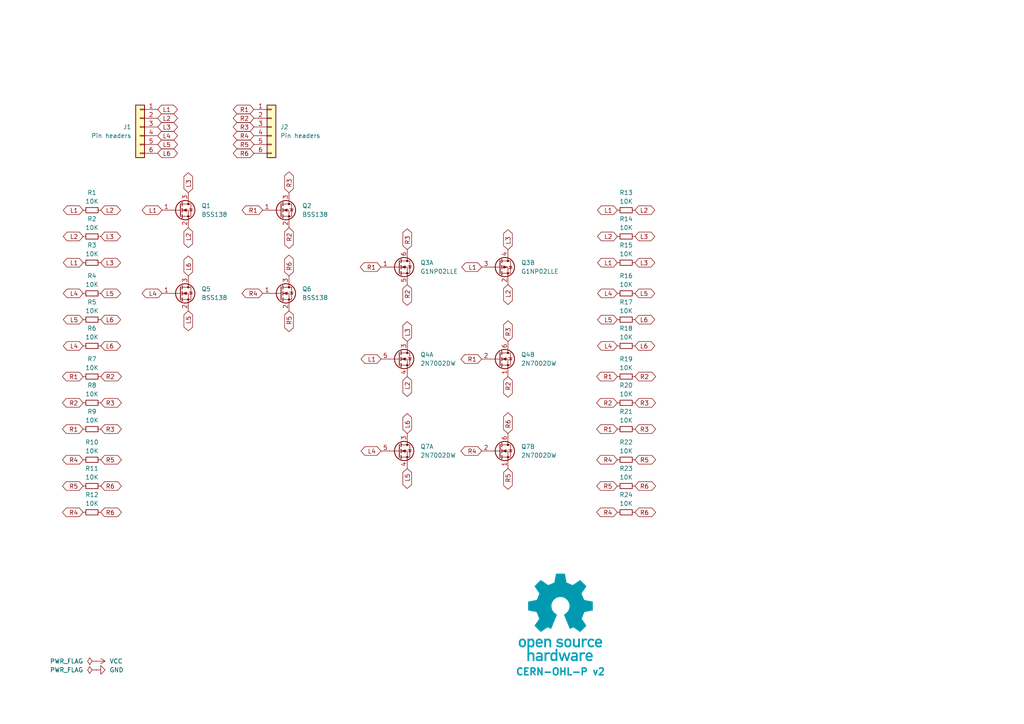
<source format=kicad_sch>
(kicad_sch (version 20231120) (generator "eeschema") (generator_version "8.0")
  (paper "A4")
  (lib_symbols
    (symbol "Connector_Generic:Conn_01x06" (pin_names (offset 1.016) hide)
      (property "Reference" "J" (at 0 7.62 0))
      (property "Value" "Conn_01x06" (at 0 -10.16 0))
      (symbol "Conn_01x06_1_1"
        (rectangle (start -1.27 -7.493) (end 0 -7.747) (stroke (width 0.1524)))
        (rectangle (start -1.27 -4.953) (end 0 -5.207) (stroke (width 0.1524)))
        (rectangle (start -1.27 -2.413) (end 0 -2.667) (stroke (width 0.1524)))
        (rectangle (start -1.27 0.127) (end 0 -0.127) (stroke (width 0.1524)))
        (rectangle (start -1.27 2.667) (end 0 2.413) (stroke (width 0.1524)))
        (rectangle (start -1.27 5.207) (end 0 4.953) (stroke (width 0.1524)))
        (rectangle (start -1.27 6.35) (end 1.27 -8.89) (stroke (width 0.254)) (fill (type background)))
        (pin passive line (at -5.08 5.08 0) (length 3.81) (name "Pin_1") (number "1"))
        (pin passive line (at -5.08 2.54 0) (length 3.81) (name "Pin_2") (number "2"))
        (pin passive line (at -5.08 0 0) (length 3.81) (name "Pin_3") (number "3"))
        (pin passive line (at -5.08 -2.54 0) (length 3.81) (name "Pin_4") (number "4"))
        (pin passive line (at -5.08 -5.08 0) (length 3.81) (name "Pin_5") (number "5"))
        (pin passive line (at -5.08 -7.62 0) (length 3.81) (name "Pin_6") (number "6"))
      )
    )
    (symbol "Device:R_Small" (pin_numbers hide) (pin_names (offset 0.254) hide)
      (property "Reference" "R" (at 0.762 0.508 0))
      (property "Value" "R_Small" (at 0.762 -1.016 0))
      (symbol "R_Small_0_1"
        (rectangle (start -0.762 1.778) (end 0.762 -1.778) (stroke (width 0.2032)))
      )
      (symbol "R_Small_1_1"
        (pin passive line (at 0 2.54 270) (length 0.762) (name "~") (number "1"))
        (pin passive line (at 0 -2.54 90) (length 0.762) (name "~") (number "2"))
      )
    )
    (symbol "Transistor_FET:BSS138" (pin_names hide)
      (property "Reference" "Q" (at 5.08 1.905 0))
      (property "Value" "BSS138" (at 5.08 0 0))
      (symbol "BSS138_0_1"
        (polyline (pts (xy 0.254 0) (xy -2.54 0)))
        (polyline (pts (xy 0.254 1.905) (xy 0.254 -1.905)) (stroke (width 0.254)))
        (polyline (pts (xy 0.762 -1.27) (xy 0.762 -2.286)) (stroke (width 0.254)))
        (polyline (pts (xy 0.762 0.508) (xy 0.762 -0.508)) (stroke (width 0.254)))
        (polyline (pts (xy 0.762 2.286) (xy 0.762 1.27)) (stroke (width 0.254)))
        (polyline (pts (xy 2.54 2.54) (xy 2.54 1.778)))
        (polyline (pts (xy 2.54 -2.54) (xy 2.54 0) (xy 0.762 0)))
        (polyline (pts (xy 0.762 -1.778) (xy 3.302 -1.778) (xy 3.302 1.778) (xy 0.762 1.778)))
        (polyline (pts (xy 1.016 0) (xy 2.032 0.381) (xy 2.032 -0.381) (xy 1.016 0)) (fill (type outline)))
        (polyline (pts (xy 2.794 0.508) (xy 2.921 0.381) (xy 3.683 0.381) (xy 3.81 0.254)))
        (polyline (pts (xy 3.302 0.381) (xy 2.921 -0.254) (xy 3.683 -0.254) (xy 3.302 0.381)))
        (circle (center 1.651 0) (radius 2.794) (stroke (width 0.254)))
        (circle (center 2.54 -1.778) (radius 0.254) (fill (type outline)))
        (circle (center 2.54 1.778) (radius 0.254) (fill (type outline)))
      )
      (symbol "BSS138_1_1"
        (pin input line (at -5.08 0 0) (length 2.54) (name "G") (number "1"))
        (pin passive line (at 2.54 -5.08 90) (length 2.54) (name "S") (number "2"))
        (pin passive line (at 2.54 5.08 270) (length 2.54) (name "D") (number "3"))
      )
    )
    (symbol "discrete:2N7002DW" (pin_names hide)
      (property "Reference" "Q" (at 5.08 1.905 0))
      (property "Value" "2N7002DW" (at 5.08 0 0))
      (symbol "2N7002DW_0_1"
        (polyline (pts (xy 0.254 0) (xy -2.54 0)))
        (polyline (pts (xy 0.254 1.905) (xy 0.254 -1.905)) (stroke (width 0.254)))
        (polyline (pts (xy 0.762 -1.27) (xy 0.762 -2.286)) (stroke (width 0.254)))
        (polyline (pts (xy 0.762 0.508) (xy 0.762 -0.508)) (stroke (width 0.254)))
        (polyline (pts (xy 0.762 2.286) (xy 0.762 1.27)) (stroke (width 0.254)))
        (polyline (pts (xy 2.54 2.54) (xy 2.54 1.778)))
        (polyline (pts (xy 2.54 -2.54) (xy 2.54 0) (xy 0.762 0)))
        (polyline (pts (xy 0.762 -1.778) (xy 3.302 -1.778) (xy 3.302 1.778) (xy 0.762 1.778)))
        (polyline (pts (xy 1.016 0) (xy 2.032 0.381) (xy 2.032 -0.381) (xy 1.016 0)) (fill (type outline)))
        (polyline (pts (xy 2.794 0.508) (xy 2.921 0.381) (xy 3.683 0.381) (xy 3.81 0.254)))
        (polyline (pts (xy 3.302 0.381) (xy 2.921 -0.254) (xy 3.683 -0.254) (xy 3.302 0.381)))
        (circle (center 1.651 0) (radius 2.794) (stroke (width 0.254)))
        (circle (center 2.54 -1.778) (radius 0.254) (fill (type outline)))
        (circle (center 2.54 1.778) (radius 0.254) (fill (type outline)))
      )
      (symbol "2N7002DW_1_1"
        (pin passive line (at 2.54 5.08 270) (length 2.54) (name "D") (number "3"))
        (pin passive line (at 2.54 -5.08 90) (length 2.54) (name "S") (number "4"))
        (pin input line (at -5.08 0 0) (length 2.54) (name "G") (number "5"))
      )
      (symbol "2N7002DW_2_1"
        (pin passive line (at 2.54 -5.08 90) (length 2.54) (name "S") (number "1"))
        (pin input line (at -5.08 0 0) (length 2.54) (name "G") (number "2"))
        (pin passive line (at 2.54 5.08 270) (length 2.54) (name "D") (number "6"))
      )
    )
    (symbol "lcsc:G1NP02LLE" (pin_names hide)
      (property "Reference" "Q" (at 5.08 1.905 0))
      (property "Value" "G1NP02LLE" (at 5.08 0 0))
      (symbol "G1NP02LLE_0_1"
        (polyline (pts (xy 0.254 0) (xy -2.54 0)))
        (polyline (pts (xy 0.254 1.905) (xy 0.254 -1.905)) (stroke (width 0.254)))
        (polyline (pts (xy 0.762 -1.27) (xy 0.762 -2.286)) (stroke (width 0.254)))
        (polyline (pts (xy 0.762 0.508) (xy 0.762 -0.508)) (stroke (width 0.254)))
        (polyline (pts (xy 0.762 2.286) (xy 0.762 1.27)) (stroke (width 0.254)))
        (polyline (pts (xy 2.54 2.54) (xy 2.54 1.778)))
        (polyline (pts (xy 2.54 -2.54) (xy 2.54 0) (xy 0.762 0)))
        (polyline (pts (xy 0.762 -1.778) (xy 3.302 -1.778) (xy 3.302 1.778) (xy 0.762 1.778)))
        (circle (center 1.651 0) (radius 2.794) (stroke (width 0.254)))
        (circle (center 2.54 -1.778) (radius 0.254) (fill (type outline)))
        (circle (center 2.54 1.778) (radius 0.254) (fill (type outline)))
      )
      (symbol "G1NP02LLE_1_1"
        (polyline (pts (xy 1.016 0) (xy 2.032 0.381) (xy 2.032 -0.381) (xy 1.016 0)) (fill (type outline)))
        (polyline (pts (xy 2.794 0.508) (xy 2.921 0.381) (xy 3.683 0.381) (xy 3.81 0.254)))
        (polyline (pts (xy 3.302 0.381) (xy 2.921 -0.254) (xy 3.683 -0.254) (xy 3.302 0.381)))
        (pin input line (at -5.08 0 0) (length 2.54) (name "G") (number "1"))
        (pin passive line (at 2.54 -5.08 90) (length 2.54) (name "S") (number "5"))
        (pin passive line (at 2.54 5.08 270) (length 2.54) (name "D") (number "6"))
      )
      (symbol "G1NP02LLE_2_1"
        (polyline (pts (xy 2.286 0) (xy 1.27 0.381) (xy 1.27 -0.381) (xy 2.286 0)) (fill (type outline)))
        (polyline (pts (xy 2.794 -0.508) (xy 2.921 -0.381) (xy 3.683 -0.381) (xy 3.81 -0.254)))
        (polyline (pts (xy 3.302 -0.381) (xy 2.921 0.254) (xy 3.683 0.254) (xy 3.302 -0.381)))
        (pin passive line (at 2.54 -5.08 90) (length 2.54) (name "S") (number "2"))
        (pin input line (at -5.08 0 0) (length 2.54) (name "G") (number "3"))
        (pin passive line (at 2.54 5.08 270) (length 2.54) (name "D") (number "4"))
      )
    )
    (symbol "power:GND" (power) (pin_numbers hide) (pin_names (offset 0) hide)
      (property "Value" "GND" (at 0 -3.81 0))
      (symbol "GND_0_1"
        (polyline (pts (xy 0 0) (xy 0 -1.27) (xy 1.27 -1.27) (xy 0 -2.54) (xy -1.27 -1.27) (xy 0 -1.27)))
      )
      (symbol "GND_1_1"
        (pin power_in line (at 0 0 270) (length 0) (name "~") (number "1"))
      )
    )
    (symbol "power:PWR_FLAG" (power) (pin_numbers hide) (pin_names (offset 0) hide)
      (property "Value" "PWR_FLAG" (at 0 3.81 0))
      (symbol "PWR_FLAG_0_0"
        (pin power_out line (at 0 0 90) (length 0) (name "~") (number "1"))
      )
      (symbol "PWR_FLAG_0_1"
        (polyline (pts (xy 0 0) (xy 0 1.27) (xy -1.016 1.905) (xy 0 2.54) (xy 1.016 1.905) (xy 0 1.27)))
      )
    )
    (symbol "power:VCC" (power) (pin_numbers hide) (pin_names (offset 0) hide)
      (property "Value" "VCC" (at 0 3.556 0))
      (symbol "VCC_0_1"
        (polyline (pts (xy -0.762 1.27) (xy 0 2.54)))
        (polyline (pts (xy 0 0) (xy 0 2.54)))
        (polyline (pts (xy 0 2.54) (xy 0.762 1.27)))
      )
      (symbol "VCC_1_1"
        (pin power_in line (at 0 0 90) (length 0) (name "~") (number "1"))
      )
    )
  )
  (image (at 162.56 179.07) (scale 0.37481))
  (text "CERN-OHL-P v2" (at 162.56 195.072 0) (effects (font (size 2 2) (thickness 0.4) (bold yes))))
  (global_label "L3" (shape bidirectional) (at 184.15 76.2 0) (property "Intersheetrefs" "${INTERSHEET_REFS}" (effects (hide yes))))
  (global_label "R4" (shape bidirectional) (at 179.07 133.35 180) (property "Intersheetrefs" "${INTERSHEET_REFS}" (effects (hide yes))))
  (global_label "L3" (shape bidirectional) (at 45.72 36.83 0) (property "Intersheetrefs" "${INTERSHEET_REFS}" (effects (hide yes))))
  (global_label "L4" (shape bidirectional) (at 24.13 100.33 180) (property "Intersheetrefs" "${INTERSHEET_REFS}" (effects (hide yes))))
  (global_label "R1" (shape bidirectional) (at 139.7 104.14 180) (property "Intersheetrefs" "${INTERSHEET_REFS}" (effects (hide yes))))
  (global_label "R4" (shape bidirectional) (at 76.2 85.09 180) (property "Intersheetrefs" "${INTERSHEET_REFS}" (effects (hide yes))))
  (global_label "R4" (shape bidirectional) (at 73.66 39.37 180) (property "Intersheetrefs" "${INTERSHEET_REFS}" (effects (hide yes))))
  (global_label "L6" (shape bidirectional) (at 45.72 44.45 0) (property "Intersheetrefs" "${INTERSHEET_REFS}" (effects (hide yes))))
  (global_label "R5" (shape bidirectional) (at 29.21 133.35 0) (property "Intersheetrefs" "${INTERSHEET_REFS}" (effects (hide yes))))
  (global_label "L5" (shape bidirectional) (at 118.11 135.89 270) (property "Intersheetrefs" "${INTERSHEET_REFS}" (effects (hide yes))))
  (global_label "L1" (shape bidirectional) (at 179.07 60.96 180) (property "Intersheetrefs" "${INTERSHEET_REFS}" (effects (hide yes))))
  (global_label "L5" (shape bidirectional) (at 45.72 41.91 0) (property "Intersheetrefs" "${INTERSHEET_REFS}" (effects (hide yes))))
  (global_label "L3" (shape bidirectional) (at 54.61 55.88 90) (property "Intersheetrefs" "${INTERSHEET_REFS}" (effects (hide yes))))
  (global_label "R1" (shape bidirectional) (at 24.13 124.46 180) (property "Intersheetrefs" "${INTERSHEET_REFS}" (effects (hide yes))))
  (global_label "L5" (shape bidirectional) (at 179.07 92.71 180) (property "Intersheetrefs" "${INTERSHEET_REFS}" (effects (hide yes))))
  (global_label "L1" (shape bidirectional) (at 45.72 31.75 0) (property "Intersheetrefs" "${INTERSHEET_REFS}" (effects (hide yes))))
  (global_label "R5" (shape bidirectional) (at 179.07 140.97 180) (property "Intersheetrefs" "${INTERSHEET_REFS}" (effects (hide yes))))
  (global_label "R6" (shape bidirectional) (at 147.32 125.73 90) (property "Intersheetrefs" "${INTERSHEET_REFS}" (effects (hide yes))))
  (global_label "R5" (shape bidirectional) (at 83.82 90.17 270) (property "Intersheetrefs" "${INTERSHEET_REFS}" (effects (hide yes))))
  (global_label "R1" (shape bidirectional) (at 110.49 77.47 180) (property "Intersheetrefs" "${INTERSHEET_REFS}" (effects (hide yes))))
  (global_label "L2" (shape bidirectional) (at 24.13 68.58 180) (property "Intersheetrefs" "${INTERSHEET_REFS}" (effects (hide yes))))
  (global_label "R1" (shape bidirectional) (at 179.07 109.22 180) (property "Intersheetrefs" "${INTERSHEET_REFS}" (effects (hide yes))))
  (global_label "L4" (shape bidirectional) (at 46.99 85.09 180) (property "Intersheetrefs" "${INTERSHEET_REFS}" (effects (hide yes))))
  (global_label "L2" (shape bidirectional) (at 184.15 60.96 0) (property "Intersheetrefs" "${INTERSHEET_REFS}" (effects (hide yes))))
  (global_label "R3" (shape bidirectional) (at 118.11 72.39 90) (property "Intersheetrefs" "${INTERSHEET_REFS}" (effects (hide yes))))
  (global_label "L5" (shape bidirectional) (at 54.61 90.17 270) (property "Intersheetrefs" "${INTERSHEET_REFS}" (effects (hide yes))))
  (global_label "L3" (shape bidirectional) (at 147.32 72.39 90) (property "Intersheetrefs" "${INTERSHEET_REFS}" (effects (hide yes))))
  (global_label "R3" (shape bidirectional) (at 184.15 116.84 0) (property "Intersheetrefs" "${INTERSHEET_REFS}" (effects (hide yes))))
  (global_label "L6" (shape bidirectional) (at 184.15 92.71 0) (property "Intersheetrefs" "${INTERSHEET_REFS}" (effects (hide yes))))
  (global_label "L2" (shape bidirectional) (at 179.07 68.58 180) (property "Intersheetrefs" "${INTERSHEET_REFS}" (effects (hide yes))))
  (global_label "L4" (shape bidirectional) (at 110.49 130.81 180) (property "Intersheetrefs" "${INTERSHEET_REFS}" (effects (hide yes))))
  (global_label "R6" (shape bidirectional) (at 83.82 80.01 90) (property "Intersheetrefs" "${INTERSHEET_REFS}" (effects (hide yes))))
  (global_label "L2" (shape bidirectional) (at 147.32 82.55 270) (property "Intersheetrefs" "${INTERSHEET_REFS}" (effects (hide yes))))
  (global_label "R3" (shape bidirectional) (at 73.66 36.83 180) (property "Intersheetrefs" "${INTERSHEET_REFS}" (effects (hide yes))))
  (global_label "L2" (shape bidirectional) (at 54.61 66.04 270) (property "Intersheetrefs" "${INTERSHEET_REFS}" (effects (hide yes))))
  (global_label "R6" (shape bidirectional) (at 29.21 148.59 0) (property "Intersheetrefs" "${INTERSHEET_REFS}" (effects (hide yes))))
  (global_label "L3" (shape bidirectional) (at 29.21 76.2 0) (property "Intersheetrefs" "${INTERSHEET_REFS}" (effects (hide yes))))
  (global_label "R2" (shape bidirectional) (at 83.82 66.04 270) (property "Intersheetrefs" "${INTERSHEET_REFS}" (effects (hide yes))))
  (global_label "R1" (shape bidirectional) (at 73.66 31.75 180) (property "Intersheetrefs" "${INTERSHEET_REFS}" (effects (hide yes))))
  (global_label "R4" (shape bidirectional) (at 24.13 133.35 180) (property "Intersheetrefs" "${INTERSHEET_REFS}" (effects (hide yes))))
  (global_label "L5" (shape bidirectional) (at 184.15 85.09 0) (property "Intersheetrefs" "${INTERSHEET_REFS}" (effects (hide yes))))
  (global_label "L1" (shape bidirectional) (at 46.99 60.96 180) (property "Intersheetrefs" "${INTERSHEET_REFS}" (effects (hide yes))))
  (global_label "R4" (shape bidirectional) (at 179.07 148.59 180) (property "Intersheetrefs" "${INTERSHEET_REFS}" (effects (hide yes))))
  (global_label "R5" (shape bidirectional) (at 147.32 135.89 270) (property "Intersheetrefs" "${INTERSHEET_REFS}" (effects (hide yes))))
  (global_label "R3" (shape bidirectional) (at 29.21 124.46 0) (property "Intersheetrefs" "${INTERSHEET_REFS}" (effects (hide yes))))
  (global_label "R2" (shape bidirectional) (at 147.32 109.22 270) (property "Intersheetrefs" "${INTERSHEET_REFS}" (effects (hide yes))))
  (global_label "R3" (shape bidirectional) (at 83.82 55.88 90) (property "Intersheetrefs" "${INTERSHEET_REFS}" (effects (hide yes))))
  (global_label "L1" (shape bidirectional) (at 110.49 104.14 180) (property "Intersheetrefs" "${INTERSHEET_REFS}" (effects (hide yes))))
  (global_label "L6" (shape bidirectional) (at 118.11 125.73 90) (property "Intersheetrefs" "${INTERSHEET_REFS}" (effects (hide yes))))
  (global_label "R6" (shape bidirectional) (at 29.21 140.97 0) (property "Intersheetrefs" "${INTERSHEET_REFS}" (effects (hide yes))))
  (global_label "R2" (shape bidirectional) (at 73.66 34.29 180) (property "Intersheetrefs" "${INTERSHEET_REFS}" (effects (hide yes))))
  (global_label "R2" (shape bidirectional) (at 24.13 116.84 180) (property "Intersheetrefs" "${INTERSHEET_REFS}" (effects (hide yes))))
  (global_label "L6" (shape bidirectional) (at 54.61 80.01 90) (property "Intersheetrefs" "${INTERSHEET_REFS}" (effects (hide yes))))
  (global_label "L6" (shape bidirectional) (at 29.21 100.33 0) (property "Intersheetrefs" "${INTERSHEET_REFS}" (effects (hide yes))))
  (global_label "R2" (shape bidirectional) (at 179.07 116.84 180) (property "Intersheetrefs" "${INTERSHEET_REFS}" (effects (hide yes))))
  (global_label "L1" (shape bidirectional) (at 24.13 76.2 180) (property "Intersheetrefs" "${INTERSHEET_REFS}" (effects (hide yes))))
  (global_label "R6" (shape bidirectional) (at 184.15 148.59 0) (property "Intersheetrefs" "${INTERSHEET_REFS}" (effects (hide yes))))
  (global_label "L6" (shape bidirectional) (at 29.21 92.71 0) (property "Intersheetrefs" "${INTERSHEET_REFS}" (effects (hide yes))))
  (global_label "R1" (shape bidirectional) (at 76.2 60.96 180) (property "Intersheetrefs" "${INTERSHEET_REFS}" (effects (hide yes))))
  (global_label "R4" (shape bidirectional) (at 24.13 148.59 180) (property "Intersheetrefs" "${INTERSHEET_REFS}" (effects (hide yes))))
  (global_label "R2" (shape bidirectional) (at 29.21 109.22 0) (property "Intersheetrefs" "${INTERSHEET_REFS}" (effects (hide yes))))
  (global_label "R6" (shape bidirectional) (at 73.66 44.45 180) (property "Intersheetrefs" "${INTERSHEET_REFS}" (effects (hide yes))))
  (global_label "R1" (shape bidirectional) (at 179.07 124.46 180) (property "Intersheetrefs" "${INTERSHEET_REFS}" (effects (hide yes))))
  (global_label "L5" (shape bidirectional) (at 29.21 85.09 0) (property "Intersheetrefs" "${INTERSHEET_REFS}" (effects (hide yes))))
  (global_label "L4" (shape bidirectional) (at 45.72 39.37 0) (property "Intersheetrefs" "${INTERSHEET_REFS}" (effects (hide yes))))
  (global_label "R2" (shape bidirectional) (at 184.15 109.22 0) (property "Intersheetrefs" "${INTERSHEET_REFS}" (effects (hide yes))))
  (global_label "R3" (shape bidirectional) (at 29.21 116.84 0) (property "Intersheetrefs" "${INTERSHEET_REFS}" (effects (hide yes))))
  (global_label "L3" (shape bidirectional) (at 118.11 99.06 90) (property "Intersheetrefs" "${INTERSHEET_REFS}" (effects (hide yes))))
  (global_label "L3" (shape bidirectional) (at 184.15 68.58 0) (property "Intersheetrefs" "${INTERSHEET_REFS}" (effects (hide yes))))
  (global_label "L1" (shape bidirectional) (at 179.07 76.2 180) (property "Intersheetrefs" "${INTERSHEET_REFS}" (effects (hide yes))))
  (global_label "R4" (shape bidirectional) (at 139.7 130.81 180) (property "Intersheetrefs" "${INTERSHEET_REFS}" (effects (hide yes))))
  (global_label "L1" (shape bidirectional) (at 139.7 77.47 180) (property "Intersheetrefs" "${INTERSHEET_REFS}" (effects (hide yes))))
  (global_label "L2" (shape bidirectional) (at 29.21 60.96 0) (property "Intersheetrefs" "${INTERSHEET_REFS}" (effects (hide yes))))
  (global_label "L2" (shape bidirectional) (at 45.72 34.29 0) (property "Intersheetrefs" "${INTERSHEET_REFS}" (effects (hide yes))))
  (global_label "R3" (shape bidirectional) (at 147.32 99.06 90) (property "Intersheetrefs" "${INTERSHEET_REFS}" (effects (hide yes))))
  (global_label "L2" (shape bidirectional) (at 118.11 109.22 270) (property "Intersheetrefs" "${INTERSHEET_REFS}" (effects (hide yes))))
  (global_label "R2" (shape bidirectional) (at 118.11 82.55 270) (property "Intersheetrefs" "${INTERSHEET_REFS}" (effects (hide yes))))
  (global_label "R5" (shape bidirectional) (at 73.66 41.91 180) (property "Intersheetrefs" "${INTERSHEET_REFS}" (effects (hide yes))))
  (global_label "L1" (shape bidirectional) (at 24.13 60.96 180) (property "Intersheetrefs" "${INTERSHEET_REFS}" (effects (hide yes))))
  (global_label "R1" (shape bidirectional) (at 24.13 109.22 180) (property "Intersheetrefs" "${INTERSHEET_REFS}" (effects (hide yes))))
  (global_label "L3" (shape bidirectional) (at 29.21 68.58 0) (property "Intersheetrefs" "${INTERSHEET_REFS}" (effects (hide yes))))
  (global_label "R6" (shape bidirectional) (at 184.15 140.97 0) (property "Intersheetrefs" "${INTERSHEET_REFS}" (effects (hide yes))))
  (global_label "L4" (shape bidirectional) (at 179.07 100.33 180) (property "Intersheetrefs" "${INTERSHEET_REFS}" (effects (hide yes))))
  (global_label "L4" (shape bidirectional) (at 24.13 85.09 180) (property "Intersheetrefs" "${INTERSHEET_REFS}" (effects (hide yes))))
  (global_label "L6" (shape bidirectional) (at 184.15 100.33 0) (property "Intersheetrefs" "${INTERSHEET_REFS}" (effects (hide yes))))
  (global_label "L4" (shape bidirectional) (at 179.07 85.09 180) (property "Intersheetrefs" "${INTERSHEET_REFS}" (effects (hide yes))))
  (global_label "R5" (shape bidirectional) (at 184.15 133.35 0) (property "Intersheetrefs" "${INTERSHEET_REFS}" (effects (hide yes))))
  (global_label "R5" (shape bidirectional) (at 24.13 140.97 180) (property "Intersheetrefs" "${INTERSHEET_REFS}" (effects (hide yes))))
  (global_label "L5" (shape bidirectional) (at 24.13 92.71 180) (property "Intersheetrefs" "${INTERSHEET_REFS}" (effects (hide yes))))
  (global_label "R3" (shape bidirectional) (at 184.15 124.46 0) (property "Intersheetrefs" "${INTERSHEET_REFS}" (effects (hide yes))))
  (symbol (lib_id "lcsc:G1NP02LLE") (at 144.78 77.47 0) (unit 2)
    (property "Reference" "Q3" (at 151.13 76.1999 0) (effects (justify left)))
    (property "Value" "G1NP02LLE" (at 151.13 78.7399 0) (effects (justify left)))
    (property "Footprint" "custom:SOT-23-6_G1NP02LLE_mosfet" (effects (hide yes)))
    (property "Datasheet" "https://www.lcsc.com/datasheet/lcsc_datasheet_2307191058_GOFORD-G1NP02LLE_C7465318.pdf" (effects (hide yes)))
    (property "Description" "Dual N and P Channel MOSFET, 1.1A Id, 20V Vds, 460mOhm Ron, -4.5V Vgs, SOT-23-6L" (effects (hide yes)))
    (property "LCSC Part" "C7465318" (effects (hide yes)))
  )
  (symbol (lib_id "Device:R_Small") (at 181.61 140.97 90) (unit 1)
    (property "Reference" "R23" (at 181.61 135.89 90))
    (property "Value" "10K" (at 181.61 138.43 90))
    (property "Footprint" "custom:R_0603_1608Metric_Pad0.98x0.95mm_HandSolder_simple" (effects (hide yes)))
    (property "Description" "Resistor, small symbol" (effects (hide yes)))
  )
  (symbol (lib_id "Device:R_Small") (at 26.67 76.2 90) (unit 1)
    (property "Reference" "R3" (at 26.67 71.12 90))
    (property "Value" "10K" (at 26.67 73.66 90))
    (property "Footprint" "custom:R_0603_1608Metric_Pad0.98x0.95mm_HandSolder_simple" (effects (hide yes)))
    (property "Description" "Resistor, small symbol" (effects (hide yes)))
  )
  (symbol (lib_id "discrete:2N7002DW") (at 115.57 130.81 0) (unit 1)
    (property "Reference" "Q7" (at 121.92 129.5399 0) (effects (justify left)))
    (property "Value" "2N7002DW" (at 121.92 132.0799 0) (effects (justify left)))
    (property "Footprint" "custom:SOT-363_SC-70-6_mosfet" (effects (hide yes)))
    (property "Datasheet" "https://www.onsemi.com/download/data-sheet/pdf/2n7002dw-d.pdf" (effects (hide yes)))
    (property "Description" "0.115A Id, 60V Vds, Dual N-Channel MOSFET, SOT-23-6" (effects (hide yes)))
    (property "LCSC Part" "C5190214" (effects (hide yes)))
    (property "JLCPCB_CORRECTION" "0; 0; 270" (effects (hide yes)))
  )
  (symbol (lib_id "Device:R_Small") (at 26.67 85.09 90) (unit 1)
    (property "Reference" "R4" (at 26.67 80.01 90))
    (property "Value" "10K" (at 26.67 82.55 90))
    (property "Footprint" "custom:R_0603_1608Metric_Pad0.98x0.95mm_HandSolder_simple" (effects (hide yes)))
    (property "Description" "Resistor, small symbol" (effects (hide yes)))
  )
  (symbol (lib_id "Device:R_Small") (at 26.67 116.84 90) (unit 1)
    (property "Reference" "R8" (at 26.67 111.76 90))
    (property "Value" "10K" (at 26.67 114.3 90))
    (property "Footprint" "custom:R_0603_1608Metric_Pad0.98x0.95mm_HandSolder_simple" (effects (hide yes)))
    (property "Description" "Resistor, small symbol" (effects (hide yes)))
  )
  (symbol (lib_id "Device:R_Small") (at 26.67 124.46 90) (unit 1)
    (property "Reference" "R9" (at 26.67 119.38 90))
    (property "Value" "10K" (at 26.67 121.92 90))
    (property "Footprint" "custom:R_0603_1608Metric_Pad0.98x0.95mm_HandSolder_simple" (effects (hide yes)))
    (property "Description" "Resistor, small symbol" (effects (hide yes)))
  )
  (symbol (lib_id "Transistor_FET:BSS138") (at 52.07 60.96 0) (unit 1)
    (property "Reference" "Q1" (at 58.42 59.6899 0) (effects (justify left)))
    (property "Value" "BSS138" (at 58.42 62.2299 0) (effects (justify left)))
    (property "Footprint" "custom:SOT-23_mosfet" (effects (hide yes)))
    (property "Datasheet" "https://www.onsemi.com/pub/Collateral/BSS138-D.PDF" (effects (hide yes)))
    (property "Description" "50V Vds, 0.22A Id, N-Channel MOSFET, SOT-23" (effects (hide yes)))
  )
  (symbol (lib_id "discrete:2N7002DW") (at 115.57 104.14 0) (unit 1)
    (property "Reference" "Q4" (at 121.92 102.8699 0) (effects (justify left)))
    (property "Value" "2N7002DW" (at 121.92 105.4099 0) (effects (justify left)))
    (property "Footprint" "custom:SOT-363_SC-70-6_mosfet" (effects (hide yes)))
    (property "Datasheet" "https://www.onsemi.com/download/data-sheet/pdf/2n7002dw-d.pdf" (effects (hide yes)))
    (property "Description" "0.115A Id, 60V Vds, Dual N-Channel MOSFET, SOT-23-6" (effects (hide yes)))
    (property "LCSC Part" "C5190214" (effects (hide yes)))
    (property "JLCPCB_CORRECTION" "0; 0; 270" (effects (hide yes)))
  )
  (symbol (lib_id "discrete:2N7002DW") (at 144.78 104.14 0) (unit 2)
    (property "Reference" "Q4" (at 151.13 102.8699 0) (effects (justify left)))
    (property "Value" "2N7002DW" (at 151.13 105.4099 0) (effects (justify left)))
    (property "Footprint" "custom:SOT-363_SC-70-6_mosfet" (effects (hide yes)))
    (property "Datasheet" "https://www.onsemi.com/download/data-sheet/pdf/2n7002dw-d.pdf" (effects (hide yes)))
    (property "Description" "0.115A Id, 60V Vds, Dual N-Channel MOSFET, SOT-23-6" (effects (hide yes)))
    (property "LCSC Part" "C5190214" (effects (hide yes)))
    (property "JLCPCB_CORRECTION" "0; 0; 270" (effects (hide yes)))
  )
  (symbol (lib_id "Device:R_Small") (at 26.67 68.58 90) (unit 1)
    (property "Reference" "R2" (at 26.67 63.5 90))
    (property "Value" "10K" (at 26.67 66.04 90))
    (property "Footprint" "custom:R_0603_1608Metric_Pad0.98x0.95mm_HandSolder_simple" (effects (hide yes)))
    (property "Description" "Resistor, small symbol" (effects (hide yes)))
  )
  (symbol (lib_id "Device:R_Small") (at 26.67 140.97 90) (unit 1)
    (property "Reference" "R11" (at 26.67 135.89 90))
    (property "Value" "10K" (at 26.67 138.43 90))
    (property "Footprint" "custom:R_0603_1608Metric_Pad0.98x0.95mm_HandSolder_simple" (effects (hide yes)))
    (property "Description" "Resistor, small symbol" (effects (hide yes)))
  )
  (symbol (lib_id "Device:R_Small") (at 181.61 100.33 90) (unit 1)
    (property "Reference" "R18" (at 181.61 95.25 90))
    (property "Value" "10K" (at 181.61 97.79 90))
    (property "Footprint" "custom:R_0603_1608Metric_Pad0.98x0.95mm_HandSolder_simple" (effects (hide yes)))
    (property "Description" "Resistor, small symbol" (effects (hide yes)))
  )
  (symbol (lib_id "Device:R_Small") (at 26.67 148.59 90) (unit 1)
    (property "Reference" "R12" (at 26.67 143.51 90))
    (property "Value" "10K" (at 26.67 146.05 90))
    (property "Footprint" "custom:R_0603_1608Metric_Pad0.98x0.95mm_HandSolder_simple" (effects (hide yes)))
    (property "Description" "Resistor, small symbol" (effects (hide yes)))
  )
  (symbol (lib_id "power:VCC") (at 27.94 191.77 270) (unit 1)
    (property "Reference" "#PWR01" (effects (hide yes)))
    (property "Value" "VCC" (at 31.75 191.7699 90) (effects (justify left)))
    (property "Description" "Power symbol creates a global label with name \"VCC\"" (effects (hide yes)))
  )
  (symbol (lib_id "Device:R_Small") (at 181.61 85.09 90) (unit 1)
    (property "Reference" "R16" (at 181.61 80.01 90))
    (property "Value" "10K" (at 181.61 82.55 90))
    (property "Footprint" "custom:R_0603_1608Metric_Pad0.98x0.95mm_HandSolder_simple" (effects (hide yes)))
    (property "Description" "Resistor, small symbol" (effects (hide yes)))
  )
  (symbol (lib_id "Device:R_Small") (at 26.67 100.33 90) (unit 1)
    (property "Reference" "R6" (at 26.67 95.25 90))
    (property "Value" "10K" (at 26.67 97.79 90))
    (property "Footprint" "custom:R_0603_1608Metric_Pad0.98x0.95mm_HandSolder_simple" (effects (hide yes)))
    (property "Description" "Resistor, small symbol" (effects (hide yes)))
  )
  (symbol (lib_id "Connector_Generic:Conn_01x06") (at 78.74 36.83 0) (unit 1)
    (property "Reference" "J2" (at 81.28 36.8299 0) (effects (justify left)))
    (property "Value" "Pin headers" (at 81.28 39.3699 0) (effects (justify left)))
    (property "Footprint" "custom:PinHeader_1x06_P2.54mm_Vertical_slim_simple" (effects (hide yes)))
    (property "Description" "Generic connector, single row, 01x06, script generated (kicad-library-utils/schlib/autogen/connector/)" (effects (hide yes)))
  )
  (symbol (lib_id "Device:R_Small") (at 26.67 60.96 90) (unit 1)
    (property "Reference" "R1" (at 26.67 55.88 90))
    (property "Value" "10K" (at 26.67 58.42 90))
    (property "Footprint" "custom:R_0603_1608Metric_Pad0.98x0.95mm_HandSolder_simple" (effects (hide yes)))
    (property "Description" "Resistor, small symbol" (effects (hide yes)))
  )
  (symbol (lib_id "Device:R_Small") (at 181.61 76.2 90) (unit 1)
    (property "Reference" "R15" (at 181.61 71.12 90))
    (property "Value" "10K" (at 181.61 73.66 90))
    (property "Footprint" "custom:R_0603_1608Metric_Pad0.98x0.95mm_HandSolder_simple" (effects (hide yes)))
    (property "Description" "Resistor, small symbol" (effects (hide yes)))
  )
  (symbol (lib_id "Device:R_Small") (at 181.61 92.71 90) (unit 1)
    (property "Reference" "R17" (at 181.61 87.63 90))
    (property "Value" "10K" (at 181.61 90.17 90))
    (property "Footprint" "custom:R_0603_1608Metric_Pad0.98x0.95mm_HandSolder_simple" (effects (hide yes)))
    (property "Description" "Resistor, small symbol" (effects (hide yes)))
  )
  (symbol (lib_id "Device:R_Small") (at 181.61 60.96 90) (unit 1)
    (property "Reference" "R13" (at 181.61 55.88 90))
    (property "Value" "10K" (at 181.61 58.42 90))
    (property "Footprint" "custom:R_0603_1608Metric_Pad0.98x0.95mm_HandSolder_simple" (effects (hide yes)))
    (property "Description" "Resistor, small symbol" (effects (hide yes)))
  )
  (symbol (lib_id "power:GND") (at 27.94 194.31 90) (unit 1)
    (property "Reference" "#PWR02" (effects (hide yes)))
    (property "Value" "GND" (at 31.75 194.3099 90) (effects (justify right)))
    (property "Description" "Power symbol creates a global label with name \"GND\" , ground" (effects (hide yes)))
  )
  (symbol (lib_id "Device:R_Small") (at 181.61 109.22 90) (unit 1)
    (property "Reference" "R19" (at 181.61 104.14 90))
    (property "Value" "10K" (at 181.61 106.68 90))
    (property "Footprint" "custom:R_0603_1608Metric_Pad0.98x0.95mm_HandSolder_simple" (effects (hide yes)))
    (property "Description" "Resistor, small symbol" (effects (hide yes)))
  )
  (symbol (lib_id "Device:R_Small") (at 181.61 116.84 90) (unit 1)
    (property "Reference" "R20" (at 181.61 111.76 90))
    (property "Value" "10K" (at 181.61 114.3 90))
    (property "Footprint" "custom:R_0603_1608Metric_Pad0.98x0.95mm_HandSolder_simple" (effects (hide yes)))
    (property "Description" "Resistor, small symbol" (effects (hide yes)))
  )
  (symbol (lib_id "Device:R_Small") (at 181.61 133.35 90) (unit 1)
    (property "Reference" "R22" (at 181.61 128.27 90))
    (property "Value" "10K" (at 181.61 130.81 90))
    (property "Footprint" "custom:R_0603_1608Metric_Pad0.98x0.95mm_HandSolder_simple" (effects (hide yes)))
    (property "Description" "Resistor, small symbol" (effects (hide yes)))
  )
  (symbol (lib_id "Device:R_Small") (at 26.67 133.35 90) (unit 1)
    (property "Reference" "R10" (at 26.67 128.27 90))
    (property "Value" "10K" (at 26.67 130.81 90))
    (property "Footprint" "custom:R_0603_1608Metric_Pad0.98x0.95mm_HandSolder_simple" (effects (hide yes)))
    (property "Description" "Resistor, small symbol" (effects (hide yes)))
  )
  (symbol (lib_id "power:PWR_FLAG") (at 27.94 191.77 90) (unit 1)
    (property "Reference" "#FLG01" (effects (hide yes)))
    (property "Value" "PWR_FLAG" (at 24.13 191.7699 90) (effects (justify left)))
    (property "Description" "Special symbol for telling ERC where power comes from" (effects (hide yes)))
  )
  (symbol (lib_id "Device:R_Small") (at 26.67 92.71 90) (unit 1)
    (property "Reference" "R5" (at 26.67 87.63 90))
    (property "Value" "10K" (at 26.67 90.17 90))
    (property "Footprint" "custom:R_0603_1608Metric_Pad0.98x0.95mm_HandSolder_simple" (effects (hide yes)))
    (property "Description" "Resistor, small symbol" (effects (hide yes)))
  )
  (symbol (lib_id "Connector_Generic:Conn_01x06") (at 40.64 36.83 0) (mirror y) (unit 1)
    (property "Reference" "J1" (at 38.1 36.8299 0) (effects (justify left)))
    (property "Value" "Pin headers" (at 38.1 39.3699 0) (effects (justify left)))
    (property "Footprint" "custom:PinHeader_1x06_P2.54mm_Vertical_slim_simple" (effects (hide yes)))
    (property "Description" "Generic connector, single row, 01x06, script generated (kicad-library-utils/schlib/autogen/connector/)" (effects (hide yes)))
  )
  (symbol (lib_id "Device:R_Small") (at 181.61 68.58 90) (unit 1)
    (property "Reference" "R14" (at 181.61 63.5 90))
    (property "Value" "10K" (at 181.61 66.04 90))
    (property "Footprint" "custom:R_0603_1608Metric_Pad0.98x0.95mm_HandSolder_simple" (effects (hide yes)))
    (property "Description" "Resistor, small symbol" (effects (hide yes)))
  )
  (symbol (lib_id "lcsc:G1NP02LLE") (at 115.57 77.47 0) (unit 1)
    (property "Reference" "Q3" (at 121.92 76.1999 0) (effects (justify left)))
    (property "Value" "G1NP02LLE" (at 121.92 78.7399 0) (effects (justify left)))
    (property "Footprint" "custom:SOT-23-6_G1NP02LLE_mosfet" (effects (hide yes)))
    (property "Datasheet" "https://www.lcsc.com/datasheet/lcsc_datasheet_2307191058_GOFORD-G1NP02LLE_C7465318.pdf" (effects (hide yes)))
    (property "Description" "Dual N and P Channel MOSFET, 1.1A Id, 20V Vds, 460mOhm Ron, -4.5V Vgs, SOT-23-6L" (effects (hide yes)))
    (property "LCSC Part" "C7465318" (effects (hide yes)))
  )
  (symbol (lib_id "power:PWR_FLAG") (at 27.94 194.31 90) (unit 1)
    (property "Reference" "#FLG02" (effects (hide yes)))
    (property "Value" "PWR_FLAG" (at 24.13 194.3099 90) (effects (justify left)))
    (property "Description" "Special symbol for telling ERC where power comes from" (effects (hide yes)))
  )
  (symbol (lib_id "Transistor_FET:BSS138") (at 81.28 85.09 0) (unit 1)
    (property "Reference" "Q6" (at 87.63 83.8199 0) (effects (justify left)))
    (property "Value" "BSS138" (at 87.63 86.3599 0) (effects (justify left)))
    (property "Footprint" "custom:SOT-23_mosfet" (effects (hide yes)))
    (property "Datasheet" "https://www.onsemi.com/pub/Collateral/BSS138-D.PDF" (effects (hide yes)))
    (property "Description" "50V Vds, 0.22A Id, N-Channel MOSFET, SOT-23" (effects (hide yes)))
  )
  (symbol (lib_id "Device:R_Small") (at 26.67 109.22 90) (unit 1)
    (property "Reference" "R7" (at 26.67 104.14 90))
    (property "Value" "10K" (at 26.67 106.68 90))
    (property "Footprint" "custom:R_0603_1608Metric_Pad0.98x0.95mm_HandSolder_simple" (effects (hide yes)))
    (property "Description" "Resistor, small symbol" (effects (hide yes)))
  )
  (symbol (lib_id "Transistor_FET:BSS138") (at 52.07 85.09 0) (unit 1)
    (property "Reference" "Q5" (at 58.42 83.8199 0) (effects (justify left)))
    (property "Value" "BSS138" (at 58.42 86.3599 0) (effects (justify left)))
    (property "Footprint" "custom:SOT-23_mosfet" (effects (hide yes)))
    (property "Datasheet" "https://www.onsemi.com/pub/Collateral/BSS138-D.PDF" (effects (hide yes)))
    (property "Description" "50V Vds, 0.22A Id, N-Channel MOSFET, SOT-23" (effects (hide yes)))
  )
  (symbol (lib_id "Device:R_Small") (at 181.61 148.59 90) (unit 1)
    (property "Reference" "R24" (at 181.61 143.51 90))
    (property "Value" "10K" (at 181.61 146.05 90))
    (property "Footprint" "custom:R_0603_1608Metric_Pad0.98x0.95mm_HandSolder_simple" (effects (hide yes)))
    (property "Description" "Resistor, small symbol" (effects (hide yes)))
  )
  (symbol (lib_id "discrete:2N7002DW") (at 144.78 130.81 0) (unit 2)
    (property "Reference" "Q7" (at 151.13 129.5399 0) (effects (justify left)))
    (property "Value" "2N7002DW" (at 151.13 132.0799 0) (effects (justify left)))
    (property "Footprint" "custom:SOT-363_SC-70-6_mosfet" (effects (hide yes)))
    (property "Datasheet" "https://www.onsemi.com/download/data-sheet/pdf/2n7002dw-d.pdf" (effects (hide yes)))
    (property "Description" "0.115A Id, 60V Vds, Dual N-Channel MOSFET, SOT-23-6" (effects (hide yes)))
    (property "LCSC Part" "C5190214" (effects (hide yes)))
    (property "JLCPCB_CORRECTION" "0; 0; 270" (effects (hide yes)))
  )
  (symbol (lib_id "Transistor_FET:BSS138") (at 81.28 60.96 0) (unit 1)
    (property "Reference" "Q2" (at 87.63 59.6899 0) (effects (justify left)))
    (property "Value" "BSS138" (at 87.63 62.2299 0) (effects (justify left)))
    (property "Footprint" "custom:SOT-23_mosfet" (effects (hide yes)))
    (property "Datasheet" "https://www.onsemi.com/pub/Collateral/BSS138-D.PDF" (effects (hide yes)))
    (property "Description" "50V Vds, 0.22A Id, N-Channel MOSFET, SOT-23" (effects (hide yes)))
  )
  (symbol (lib_id "Device:R_Small") (at 181.61 124.46 90) (unit 1)
    (property "Reference" "R21" (at 181.61 119.38 90))
    (property "Value" "10K" (at 181.61 121.92 90))
    (property "Footprint" "custom:R_0603_1608Metric_Pad0.98x0.95mm_HandSolder_simple" (effects (hide yes)))
    (property "Description" "Resistor, small symbol" (effects (hide yes)))
  )
)
</source>
